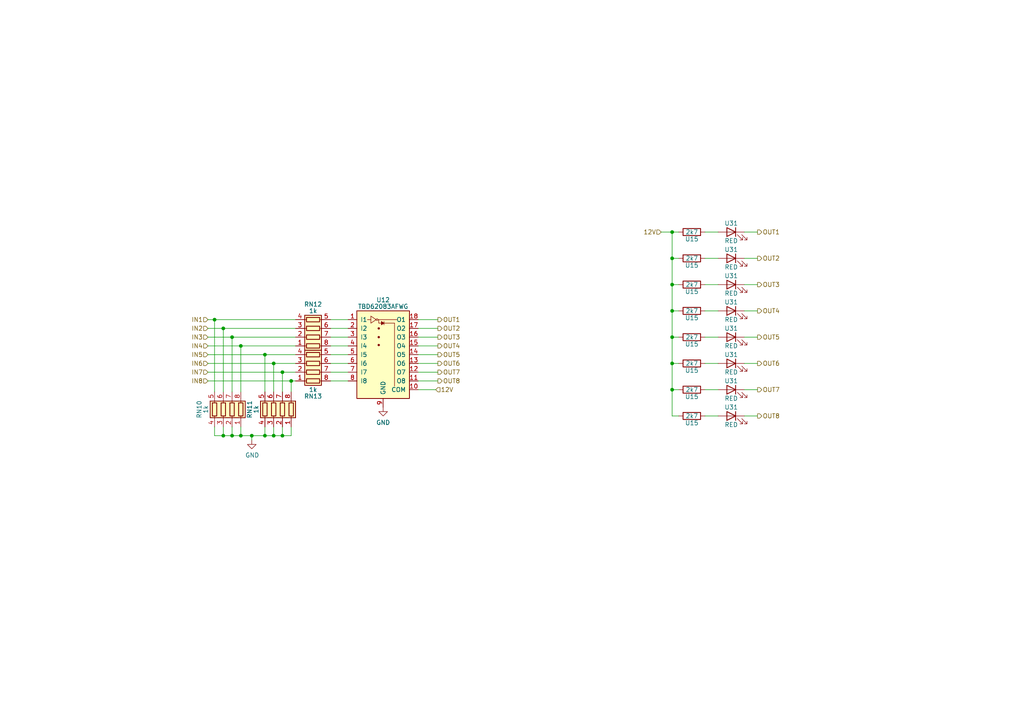
<source format=kicad_sch>
(kicad_sch (version 20230121) (generator eeschema)
  (paper "A4")
  (title_block (title "rusEfi Proteus") (date "2022-04-09") (rev "v0.7") (company "rusEFI") (comment 1 "github.com/mck1117/proteus") (comment 2 "rusefi.com/s/proteus"))
  (lib_symbols
    (symbol "Device:LED" (pin_numbers hide) (pin_names (offset 1.016) hide)
      (property "Reference" "D" (at 0 2.54 0))
      (property "Value" "LED" (at 0 -2.54 0))
      (symbol "LED_0_1"
        (polyline (pts (xy -1.27 -1.27) (xy -1.27 1.27)) (stroke (width 0.254)))
        (polyline (pts (xy -1.27 0) (xy 1.27 0)))
        (polyline (pts (xy 1.27 -1.27) (xy 1.27 1.27) (xy -1.27 0) (xy 1.27 -1.27)) (stroke (width 0.254)))
        (polyline (pts (xy -3.048 -0.762) (xy -4.572 -2.286) (xy -3.81 -2.286) (xy -4.572 -2.286) (xy -4.572 -1.524)))
        (polyline (pts (xy -1.778 -0.762) (xy -3.302 -2.286) (xy -2.54 -2.286) (xy -3.302 -2.286) (xy -3.302 -1.524)))
      )
      (symbol "LED_1_1"
        (pin passive line (at -3.81 0 0) (length 2.54) (name "K") (number "1"))
        (pin passive line (at 3.81 0 180) (length 2.54) (name "A") (number "2"))
      )
    )
    (symbol "Device:R" (pin_numbers hide) (pin_names (offset 0))
      (property "Reference" "R" (at 2.032 0 90))
      (property "Value" "R" (at 0 0 90))
      (symbol "R_0_1"
        (rectangle (start -1.016 -2.54) (end 1.016 2.54) (stroke (width 0.254)))
      )
      (symbol "R_1_1"
        (pin passive line (at 0 3.81 270) (length 1.27) (name "~") (number "1"))
        (pin passive line (at 0 -3.81 90) (length 1.27) (name "~") (number "2"))
      )
    )
    (symbol "Device:R_Pack04" (pin_names (offset 0) hide)
      (property "Reference" "RN" (at -7.62 0 90))
      (property "Value" "R_Pack04" (at 5.08 0 90))
      (symbol "R_Pack04_0_1"
        (rectangle (start -6.35 -2.413) (end 3.81 2.413) (stroke (width 0.254)) (fill (type background)))
        (rectangle (start -5.715 1.905) (end -4.445 -1.905) (stroke (width 0.254)))
        (rectangle (start -3.175 1.905) (end -1.905 -1.905) (stroke (width 0.254)))
        (rectangle (start -0.635 1.905) (end 0.635 -1.905) (stroke (width 0.254)))
        (polyline (pts (xy -5.08 -2.54) (xy -5.08 -1.905)))
        (polyline (pts (xy -5.08 1.905) (xy -5.08 2.54)))
        (polyline (pts (xy -2.54 -2.54) (xy -2.54 -1.905)))
        (polyline (pts (xy -2.54 1.905) (xy -2.54 2.54)))
        (polyline (pts (xy 0 -2.54) (xy 0 -1.905)))
        (polyline (pts (xy 0 1.905) (xy 0 2.54)))
        (polyline (pts (xy 2.54 -2.54) (xy 2.54 -1.905)))
        (polyline (pts (xy 2.54 1.905) (xy 2.54 2.54)))
        (rectangle (start 1.905 1.905) (end 3.175 -1.905) (stroke (width 0.254)))
      )
      (symbol "R_Pack04_1_1"
        (pin passive line (at -5.08 -5.08 90) (length 2.54) (name "R1.1") (number "1"))
        (pin passive line (at -2.54 -5.08 90) (length 2.54) (name "R2.1") (number "2"))
        (pin passive line (at 0 -5.08 90) (length 2.54) (name "R3.1") (number "3"))
        (pin passive line (at 2.54 -5.08 90) (length 2.54) (name "R4.1") (number "4"))
        (pin passive line (at 2.54 5.08 270) (length 2.54) (name "R4.2") (number "5"))
        (pin passive line (at 0 5.08 270) (length 2.54) (name "R3.2") (number "6"))
        (pin passive line (at -2.54 5.08 270) (length 2.54) (name "R2.2") (number "7"))
        (pin passive line (at -5.08 5.08 270) (length 2.54) (name "R1.2") (number "8"))
      )
    )
    (symbol "Underdog-rescue:ULN2803A-Underdog-rescue-Underdog-rescue" (pin_names (offset 1.016))
      (property "Reference" "U" (at 0 13.335 0))
      (property "Value" "ULN2803A-Underdog-rescue-Underdog-rescue" (at 0 11.43 0))
      (symbol "ULN2803A-Underdog-rescue-Underdog-rescue_0_1"
        (rectangle (start -7.62 -15.24) (end 7.62 10.16) (stroke (width 0.254)) (fill (type background)))
        (circle (center -1.778 7.62) (radius 0.254))
        (circle (center -1.27 0.254) (radius 0.254) (fill (type outline)))
        (circle (center -1.27 2.54) (radius 0.254) (fill (type outline)))
        (circle (center -1.27 5.08) (radius 0.254) (fill (type outline)))
        (polyline (pts (xy -4.572 7.62) (xy -3.556 7.62)))
        (polyline (pts (xy -1.524 7.62) (xy 4.064 7.62)))
        (polyline (pts (xy 0.254 7.112) (xy 0.254 6.096)))
        (polyline (pts (xy 3.302 6.604) (xy 3.302 -11.684)))
        (polyline (pts (xy -1.27 7.62) (xy -1.27 6.604) (xy 3.302 6.604)))
        (polyline (pts (xy -3.556 8.636) (xy -3.556 6.604) (xy -2.032 7.62) (xy -3.556 8.636)))
        (polyline (pts (xy -0.508 7.112) (xy -0.508 6.096) (xy 0.254 6.604) (xy -0.508 7.112)) (fill (type outline)))
      )
      (symbol "ULN2803A-Underdog-rescue-Underdog-rescue_1_1"
        (pin input line (at -10.16 7.62 0) (length 2.54) (name "I1") (number "1"))
        (pin passive line (at 10.16 -12.7 180) (length 2.54) (name "COM") (number "10"))
        (pin open_collector line (at 10.16 -10.16 180) (length 2.54) (name "O8") (number "11"))
        (pin open_collector line (at 10.16 -7.62 180) (length 2.54) (name "O7") (number "12"))
        (pin open_collector line (at 10.16 -5.08 180) (length 2.54) (name "O6") (number "13"))
        (pin open_collector line (at 10.16 -2.54 180) (length 2.54) (name "O5") (number "14"))
        (pin open_collector line (at 10.16 0 180) (length 2.54) (name "O4") (number "15"))
        (pin open_collector line (at 10.16 2.54 180) (length 2.54) (name "O3") (number "16"))
        (pin open_collector line (at 10.16 5.08 180) (length 2.54) (name "O2") (number "17"))
        (pin open_collector line (at 10.16 7.62 180) (length 2.54) (name "O1") (number "18"))
        (pin input line (at -10.16 5.08 0) (length 2.54) (name "I2") (number "2"))
        (pin input line (at -10.16 2.54 0) (length 2.54) (name "I3") (number "3"))
        (pin input line (at -10.16 0 0) (length 2.54) (name "I4") (number "4"))
        (pin input line (at -10.16 -2.54 0) (length 2.54) (name "I5") (number "5"))
        (pin input line (at -10.16 -5.08 0) (length 2.54) (name "I6") (number "6"))
        (pin input line (at -10.16 -7.62 0) (length 2.54) (name "I7") (number "7"))
        (pin input line (at -10.16 -10.16 0) (length 2.54) (name "I8") (number "8"))
        (pin power_in line (at 0 -17.78 90) (length 2.54) (name "GND") (number "9"))
      )
    )
    (symbol "power:GND" (power) (pin_names (offset 0))
      (property "Value" "GND" (at 0 -3.81 0))
      (symbol "GND_0_1"
        (polyline (pts (xy 0 0) (xy 0 -1.27) (xy 1.27 -1.27) (xy 0 -2.54) (xy -1.27 -1.27) (xy 0 -1.27)))
      )
      (symbol "GND_1_1"
        (pin power_in line (at 0 0 270) (length 0) hide (name "GND") (number "1"))
      )
    )
  )
  (junction (at 194.945 67.31))
  (junction (at 64.77 126.365))
  (junction (at 64.77 95.25))
  (junction (at 81.915 126.365))
  (junction (at 67.31 97.79))
  (junction (at 67.31 126.365))
  (junction (at 194.945 113.03))
  (junction (at 84.455 110.49))
  (junction (at 79.375 105.41))
  (junction (at 79.375 126.365))
  (junction (at 76.835 126.365))
  (junction (at 194.945 105.41))
  (junction (at 194.945 82.55))
  (junction (at 194.945 97.79))
  (junction (at 194.945 90.17))
  (junction (at 81.915 107.95))
  (junction (at 62.23 92.71))
  (junction (at 76.835 102.87))
  (junction (at 194.945 74.93))
  (junction (at 73.025 126.365))
  (junction (at 69.85 126.365))
  (junction (at 69.85 100.33))
  (wire (pts (xy 219.71 120.65) (xy 215.9 120.65)))
  (wire (pts (xy 194.945 90.17) (xy 194.945 97.79)))
  (wire (pts (xy 194.945 67.31) (xy 194.945 74.93)))
  (wire (pts (xy 208.28 105.41) (xy 204.47 105.41)))
  (wire (pts (xy 81.915 107.95) (xy 85.725 107.95)))
  (wire (pts (xy 121.285 113.03) (xy 126.365 113.03)))
  (wire (pts (xy 219.71 90.17) (xy 215.9 90.17)))
  (wire (pts (xy 60.325 100.33) (xy 69.85 100.33)))
  (wire (pts (xy 95.885 100.33) (xy 100.965 100.33)))
  (wire (pts (xy 69.85 123.825) (xy 69.85 126.365)))
  (wire (pts (xy 79.375 126.365) (xy 81.915 126.365)))
  (wire (pts (xy 121.285 95.25) (xy 127 95.25)))
  (wire (pts (xy 62.23 123.825) (xy 62.23 126.365)))
  (wire (pts (xy 208.28 74.93) (xy 204.47 74.93)))
  (wire (pts (xy 79.375 105.41) (xy 79.375 113.665)))
  (wire (pts (xy 95.885 107.95) (xy 100.965 107.95)))
  (wire (pts (xy 60.325 97.79) (xy 67.31 97.79)))
  (wire (pts (xy 64.77 126.365) (xy 67.31 126.365)))
  (wire (pts (xy 69.85 100.33) (xy 69.85 113.665)))
  (wire (pts (xy 62.23 126.365) (xy 64.77 126.365)))
  (wire (pts (xy 194.945 67.31) (xy 191.77 67.31)))
  (wire (pts (xy 219.71 67.31) (xy 215.9 67.31)))
  (wire (pts (xy 208.28 67.31) (xy 204.47 67.31)))
  (wire (pts (xy 84.455 110.49) (xy 85.725 110.49)))
  (wire (pts (xy 95.885 92.71) (xy 100.965 92.71)))
  (wire (pts (xy 208.28 113.03) (xy 204.47 113.03)))
  (wire (pts (xy 95.885 97.79) (xy 100.965 97.79)))
  (wire (pts (xy 73.025 126.365) (xy 76.835 126.365)))
  (wire (pts (xy 60.325 110.49) (xy 84.455 110.49)))
  (wire (pts (xy 95.885 105.41) (xy 100.965 105.41)))
  (wire (pts (xy 79.375 123.825) (xy 79.375 126.365)))
  (wire (pts (xy 76.835 123.825) (xy 76.835 126.365)))
  (wire (pts (xy 219.71 82.55) (xy 215.9 82.55)))
  (wire (pts (xy 76.835 102.87) (xy 76.835 113.665)))
  (wire (pts (xy 121.285 92.71) (xy 127 92.71)))
  (wire (pts (xy 208.28 90.17) (xy 204.47 90.17)))
  (wire (pts (xy 194.945 113.03) (xy 196.85 113.03)))
  (wire (pts (xy 194.945 105.41) (xy 194.945 113.03)))
  (wire (pts (xy 194.945 82.55) (xy 194.945 90.17)))
  (wire (pts (xy 121.285 102.87) (xy 127 102.87)))
  (wire (pts (xy 121.285 97.79) (xy 127 97.79)))
  (wire (pts (xy 196.85 74.93) (xy 194.945 74.93)))
  (wire (pts (xy 121.285 107.95) (xy 127 107.95)))
  (wire (pts (xy 60.325 95.25) (xy 64.77 95.25)))
  (wire (pts (xy 219.71 105.41) (xy 215.9 105.41)))
  (wire (pts (xy 219.71 74.93) (xy 215.9 74.93)))
  (wire (pts (xy 79.375 105.41) (xy 85.725 105.41)))
  (wire (pts (xy 208.28 97.79) (xy 204.47 97.79)))
  (wire (pts (xy 67.31 126.365) (xy 69.85 126.365)))
  (wire (pts (xy 196.85 105.41) (xy 194.945 105.41)))
  (wire (pts (xy 64.77 95.25) (xy 64.77 113.665)))
  (wire (pts (xy 67.31 123.825) (xy 67.31 126.365)))
  (wire (pts (xy 194.945 97.79) (xy 194.945 105.41)))
  (wire (pts (xy 84.455 126.365) (xy 84.455 123.825)))
  (wire (pts (xy 60.325 102.87) (xy 76.835 102.87)))
  (wire (pts (xy 208.28 82.55) (xy 204.47 82.55)))
  (wire (pts (xy 95.885 110.49) (xy 100.965 110.49)))
  (wire (pts (xy 121.285 100.33) (xy 127 100.33)))
  (wire (pts (xy 95.885 102.87) (xy 100.965 102.87)))
  (wire (pts (xy 81.915 107.95) (xy 81.915 113.665)))
  (wire (pts (xy 196.85 97.79) (xy 194.945 97.79)))
  (wire (pts (xy 62.23 92.71) (xy 85.725 92.71)))
  (wire (pts (xy 67.31 97.79) (xy 67.31 113.665)))
  (wire (pts (xy 64.77 95.25) (xy 85.725 95.25)))
  (wire (pts (xy 196.85 67.31) (xy 194.945 67.31)))
  (wire (pts (xy 81.915 126.365) (xy 84.455 126.365)))
  (wire (pts (xy 84.455 113.665) (xy 84.455 110.49)))
  (wire (pts (xy 69.85 126.365) (xy 73.025 126.365)))
  (wire (pts (xy 69.85 100.33) (xy 85.725 100.33)))
  (wire (pts (xy 95.885 95.25) (xy 100.965 95.25)))
  (wire (pts (xy 81.915 123.825) (xy 81.915 126.365)))
  (wire (pts (xy 60.325 105.41) (xy 79.375 105.41)))
  (wire (pts (xy 60.325 92.71) (xy 62.23 92.71)))
  (wire (pts (xy 196.85 82.55) (xy 194.945 82.55)))
  (wire (pts (xy 76.835 126.365) (xy 79.375 126.365)))
  (wire (pts (xy 73.025 126.365) (xy 73.025 127.635)))
  (wire (pts (xy 64.77 123.825) (xy 64.77 126.365)))
  (wire (pts (xy 208.28 120.65) (xy 204.47 120.65)))
  (wire (pts (xy 62.23 92.71) (xy 62.23 113.665)))
  (wire (pts (xy 196.85 120.65) (xy 194.945 120.65)))
  (wire (pts (xy 76.835 102.87) (xy 85.725 102.87)))
  (wire (pts (xy 194.945 74.93) (xy 194.945 82.55)))
  (wire (pts (xy 219.71 97.79) (xy 215.9 97.79)))
  (wire (pts (xy 196.85 90.17) (xy 194.945 90.17)))
  (wire (pts (xy 60.325 107.95) (xy 81.915 107.95)))
  (wire (pts (xy 121.285 110.49) (xy 127 110.49)))
  (wire (pts (xy 219.71 113.03) (xy 215.9 113.03)))
  (wire (pts (xy 67.31 97.79) (xy 85.725 97.79)))
  (wire (pts (xy 121.285 105.41) (xy 127 105.41)))
  (wire (pts (xy 194.945 120.65) (xy 194.945 113.03)))
  (hierarchical_label "12V" (shape input) (at 191.77 67.31 180))
  (hierarchical_label "OUT3" (shape output) (at 127 97.79 0))
  (hierarchical_label "OUT7" (shape output) (at 219.71 113.03 0))
  (hierarchical_label "IN7" (shape input) (at 60.325 107.95 180))
  (hierarchical_label "OUT2" (shape output) (at 219.71 74.93 0))
  (hierarchical_label "OUT8" (shape output) (at 219.71 120.65 0))
  (hierarchical_label "OUT1" (shape output) (at 219.71 67.31 0))
  (hierarchical_label "IN8" (shape input) (at 60.325 110.49 180))
  (hierarchical_label "IN2" (shape input) (at 60.325 95.25 180))
  (hierarchical_label "IN3" (shape input) (at 60.325 97.79 180))
  (hierarchical_label "OUT6" (shape output) (at 127 105.41 0))
  (hierarchical_label "IN4" (shape input) (at 60.325 100.33 180))
  (hierarchical_label "IN1" (shape input) (at 60.325 92.71 180))
  (hierarchical_label "OUT6" (shape output) (at 219.71 105.41 0))
  (hierarchical_label "OUT4" (shape output) (at 127 100.33 0))
  (hierarchical_label "OUT2" (shape output) (at 127 95.25 0))
  (hierarchical_label "OUT1" (shape output) (at 127 92.71 0))
  (hierarchical_label "OUT5" (shape output) (at 219.71 97.79 0))
  (hierarchical_label "12V" (shape input) (at 126.365 113.03 0))
  (hierarchical_label "OUT4" (shape output) (at 219.71 90.17 0))
  (hierarchical_label "OUT7" (shape output) (at 127 107.95 0))
  (hierarchical_label "IN6" (shape input) (at 60.325 105.41 180))
  (hierarchical_label "OUT3" (shape output) (at 219.71 82.55 0))
  (hierarchical_label "OUT5" (shape output) (at 127 102.87 0))
  (hierarchical_label "IN5" (shape input) (at 60.325 102.87 180))
  (hierarchical_label "OUT8" (shape output) (at 127 110.49 0))
  (symbol (lib_id "power:GND") (at 111.125 118.11 0) (unit 1)
    (property "Reference" "#PWR0244" (effects hide))
    (property "Value" "GND" (at 111.125 122.555 0))
  )
  (symbol (lib_id "Device:LED") (at 212.09 82.55 0) (mirror y) (unit 1)
    (property "Reference" "U31" (at 212.09 80.01 0))
    (property "Value" "RED" (at 212.09 85.09 0))
    (property "Footprint" "LED_SMD:LED_0603_1608Metric" (effects hide))
    (property "LCSC" "C2286" (effects hide))
    (instances (project "proteus" (path "" (reference "U31") (unit 1)) (path "" (reference "U56") (unit 1)) (path "" (reference "U77") (unit 1))))
  )
  (symbol (lib_id "Device:R_Pack04") (at 90.805 105.41 270) (mirror x) (unit 1)
    (property "Reference" "RN13" (at 90.805 114.935 90))
    (property "Value" "1k" (at 90.805 113.03 90))
    (property "Footprint" "Resistor_SMD:R_Array_Convex_4x0603" (effects hide))
    (property "LCSC" "C20197" (effects hide))
    (property "LCSC_ext" "0" (effects hide))
  )
  (symbol (lib_id "Device:R") (at 200.66 120.65 270) (unit 1)
    (property "Reference" "U15" (at 200.66 122.682 90))
    (property "Value" "2k7" (at 200.66 120.65 90))
    (property "Footprint" "Resistor_SMD:R_0402_1005Metric" (effects hide))
    (property "LCSC" "C138017" (effects hide))
    (instances (project "proteus" (path "" (reference "U15") (unit 1)) (path "" (reference "U52") (unit 1)) (path "" (reference "R116") (unit 1))))
  )
  (symbol (lib_id "Underdog-rescue:ULN2803A-Underdog-rescue-Underdog-rescue") (at 111.125 100.33 0) (unit 1)
    (property "Reference" "U12" (at 111.125 86.995 0))
    (property "Value" "TBD62083AFWG" (at 111.125 88.9 0))
    (property "Footprint" "Package_SO:SOIC-18W_7.5x11.6mm_P1.27mm" (effects hide))
  )
  (symbol (lib_id "power:GND") (at 73.025 127.635 0) (unit 1)
    (property "Reference" "#PWR0245" (effects hide))
    (property "Value" "GND" (at 73.152 132.0292 0))
  )
  (symbol (lib_id "Device:R") (at 200.66 67.31 270) (unit 1)
    (property "Reference" "U15" (at 200.66 69.342 90))
    (property "Value" "2k7" (at 200.66 67.31 90))
    (property "Footprint" "Resistor_SMD:R_0402_1005Metric" (effects hide))
    (property "LCSC" "C138017" (effects hide))
    (instances (project "proteus" (path "" (reference "U15") (unit 1)) (path "" (reference "U52") (unit 1)) (path "" (reference "R48") (unit 1))))
  )
  (symbol (lib_id "Device:R") (at 200.66 97.79 270) (unit 1)
    (property "Reference" "U15" (at 200.66 99.822 90))
    (property "Value" "2k7" (at 200.66 97.79 90))
    (property "Footprint" "Resistor_SMD:R_0402_1005Metric" (effects hide))
    (property "LCSC" "C138017" (effects hide))
    (instances (project "proteus" (path "" (reference "U15") (unit 1)) (path "" (reference "U52") (unit 1)) (path "" (reference "R113") (unit 1))))
  )
  (symbol (lib_id "Device:LED") (at 212.09 120.65 0) (mirror y) (unit 1)
    (property "Reference" "U31" (at 212.09 118.11 0))
    (property "Value" "RED" (at 212.09 123.19 0))
    (property "Footprint" "LED_SMD:LED_0603_1608Metric" (effects hide))
    (property "LCSC" "C2286" (effects hide))
    (instances (project "proteus" (path "" (reference "U31") (unit 1)) (path "" (reference "U56") (unit 1)) (path "" (reference "U92") (unit 1))))
  )
  (symbol (lib_id "Device:R") (at 200.66 82.55 270) (unit 1)
    (property "Reference" "U15" (at 200.66 84.582 90))
    (property "Value" "2k7" (at 200.66 82.55 90))
    (property "Footprint" "Resistor_SMD:R_0402_1005Metric" (effects hide))
    (property "LCSC" "C138017" (effects hide))
    (instances (project "proteus" (path "" (reference "U15") (unit 1)) (path "" (reference "U52") (unit 1)) (path "" (reference "R111") (unit 1))))
  )
  (symbol (lib_id "Device:LED") (at 212.09 105.41 0) (mirror y) (unit 1)
    (property "Reference" "U31" (at 212.09 102.87 0))
    (property "Value" "RED" (at 212.09 107.95 0))
    (property "Footprint" "LED_SMD:LED_0603_1608Metric" (effects hide))
    (property "LCSC" "C2286" (effects hide))
    (instances (project "proteus" (path "" (reference "U31") (unit 1)) (path "" (reference "U56") (unit 1)) (path "" (reference "U86") (unit 1))))
  )
  (symbol (lib_id "Device:LED") (at 212.09 97.79 0) (mirror y) (unit 1)
    (property "Reference" "U31" (at 212.09 95.25 0))
    (property "Value" "RED" (at 212.09 100.33 0))
    (property "Footprint" "LED_SMD:LED_0603_1608Metric" (effects hide))
    (property "LCSC" "C2286" (effects hide))
    (instances (project "proteus" (path "" (reference "U31") (unit 1)) (path "" (reference "U56") (unit 1)) (path "" (reference "U83") (unit 1))))
  )
  (symbol (lib_id "Device:LED") (at 212.09 74.93 0) (mirror y) (unit 1)
    (property "Reference" "U31" (at 212.09 72.39 0))
    (property "Value" "RED" (at 212.09 77.47 0))
    (property "Footprint" "LED_SMD:LED_0603_1608Metric" (effects hide))
    (property "LCSC" "C2286" (effects hide))
    (instances (project "proteus" (path "" (reference "U31") (unit 1)) (path "" (reference "U56") (unit 1)) (path "" (reference "U74") (unit 1))))
  )
  (symbol (lib_id "Device:LED") (at 212.09 113.03 0) (mirror y) (unit 1)
    (property "Reference" "U31" (at 212.09 110.49 0))
    (property "Value" "RED" (at 212.09 115.57 0))
    (property "Footprint" "LED_SMD:LED_0603_1608Metric" (effects hide))
    (property "LCSC" "C2286" (effects hide))
    (instances (project "proteus" (path "" (reference "U31") (unit 1)) (path "" (reference "U56") (unit 1)) (path "" (reference "U89") (unit 1))))
  )
  (symbol (lib_id "Device:R") (at 200.66 90.17 270) (unit 1)
    (property "Reference" "U15" (at 200.66 92.202 90))
    (property "Value" "2k7" (at 200.66 90.17 90))
    (property "Footprint" "Resistor_SMD:R_0402_1005Metric" (effects hide))
    (property "LCSC" "C138017" (effects hide))
    (instances (project "proteus" (path "" (reference "U15") (unit 1)) (path "" (reference "U52") (unit 1)) (path "" (reference "R112") (unit 1))))
  )
  (symbol (lib_id "Device:LED") (at 212.09 90.17 0) (mirror y) (unit 1)
    (property "Reference" "U31" (at 212.09 87.63 0))
    (property "Value" "RED" (at 212.09 92.71 0))
    (property "Footprint" "LED_SMD:LED_0603_1608Metric" (effects hide))
    (property "LCSC" "C2286" (effects hide))
    (instances (project "proteus" (path "" (reference "U31") (unit 1)) (path "" (reference "U56") (unit 1)) (path "" (reference "U80") (unit 1))))
  )
  (symbol (lib_id "Device:LED") (at 212.09 67.31 0) (mirror y) (unit 1)
    (property "Reference" "U31" (at 212.09 64.77 0))
    (property "Value" "RED" (at 212.09 69.85 0))
    (property "Footprint" "LED_SMD:LED_0603_1608Metric" (effects hide))
    (property "LCSC" "C2286" (effects hide))
    (instances (project "proteus" (path "" (reference "U31") (unit 1)) (path "" (reference "U56") (unit 1)) (path "" (reference "U71") (unit 1))))
  )
  (symbol (lib_id "Device:R_Pack04") (at 79.375 118.745 0) (mirror y) (unit 1)
    (property "Reference" "RN11" (at 72.39 118.745 90))
    (property "Value" "1k" (at 74.295 118.745 90))
    (property "Footprint" "Resistor_SMD:R_Array_Convex_4x0603" (effects hide))
    (property "LCSC" "C20197" (effects hide))
    (property "LCSC_ext" "0" (effects hide))
  )
  (symbol (lib_id "Device:R_Pack04") (at 64.77 118.745 0) (mirror y) (unit 1)
    (property "Reference" "RN10" (at 57.785 118.745 90))
    (property "Value" "1k" (at 59.69 118.745 90))
    (property "Footprint" "Resistor_SMD:R_Array_Convex_4x0603" (effects hide))
    (property "LCSC" "C20197" (effects hide))
    (property "LCSC_ext" "0" (effects hide))
  )
  (symbol (lib_id "Device:R") (at 200.66 74.93 270) (unit 1)
    (property "Reference" "U15" (at 200.66 76.962 90))
    (property "Value" "2k7" (at 200.66 74.93 90))
    (property "Footprint" "Resistor_SMD:R_0402_1005Metric" (effects hide))
    (property "LCSC" "C138017" (effects hide))
    (instances (project "proteus" (path "" (reference "U15") (unit 1)) (path "" (reference "U52") (unit 1)) (path "" (reference "R110") (unit 1))))
  )
  (symbol (lib_id "Device:R_Pack04") (at 90.805 95.25 270) (mirror x) (unit 1)
    (property "Reference" "RN12" (at 90.805 88.265 90))
    (property "Value" "1k" (at 90.805 90.17 90))
    (property "Footprint" "Resistor_SMD:R_Array_Convex_4x0603" (effects hide))
    (property "LCSC" "C20197" (effects hide))
    (property "LCSC_ext" "0" (effects hide))
  )
  (symbol (lib_id "Device:R") (at 200.66 105.41 270) (unit 1)
    (property "Reference" "U15" (at 200.66 107.442 90))
    (property "Value" "2k7" (at 200.66 105.41 90))
    (property "Footprint" "Resistor_SMD:R_0402_1005Metric" (effects hide))
    (property "LCSC" "C138017" (effects hide))
    (instances (project "proteus" (path "" (reference "U15") (unit 1)) (path "" (reference "U52") (unit 1)) (path "" (reference "R114") (unit 1))))
  )
  (symbol (lib_id "Device:R") (at 200.66 113.03 270) (unit 1)
    (property "Reference" "U15" (at 200.66 115.062 90))
    (property "Value" "2k7" (at 200.66 113.03 90))
    (property "Footprint" "Resistor_SMD:R_0402_1005Metric" (effects hide))
    (property "LCSC" "C138017" (effects hide))
    (instances (project "proteus" (path "" (reference "U15") (unit 1)) (path "" (reference "U52") (unit 1)) (path "" (reference "R115") (unit 1))))
  )
)
</source>
